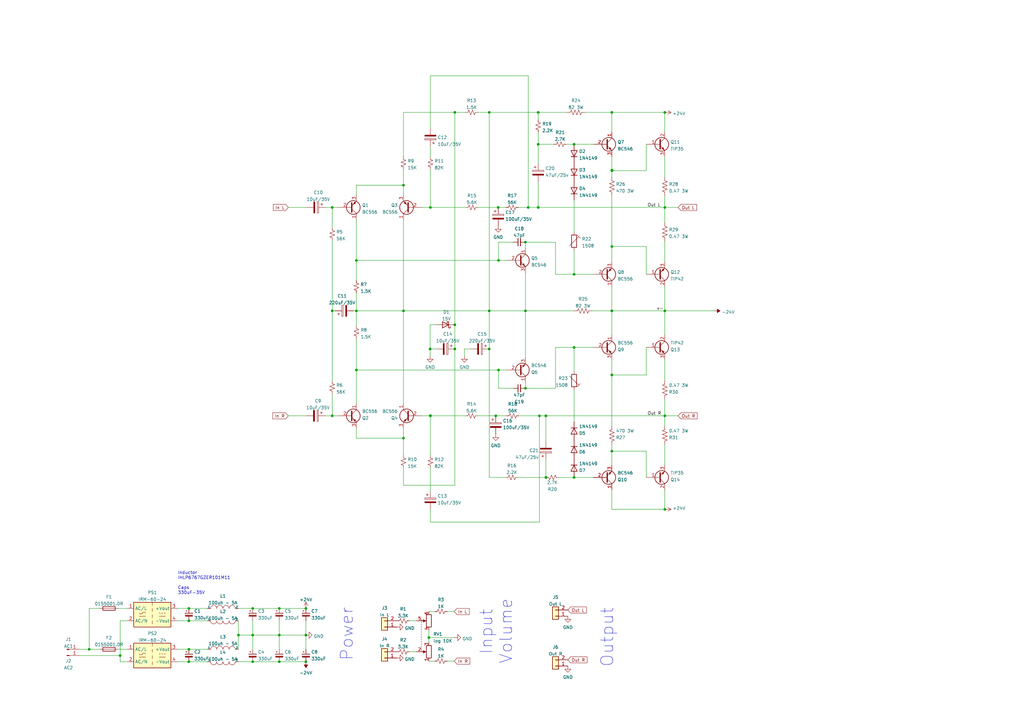
<source format=kicad_sch>
(kicad_sch (version 20211123) (generator eeschema)
  (paper "A3")
  (lib_symbols
    (symbol "Connector:Conn_01x01_Male" (pin_names (offset 1.016) hide)
      (property "Reference" "J" (at 0 2.54 0))
      (property "Value" "Conn_01x01_Male" (at 0 -2.54 0))
      (symbol "Conn_01x01_Male_1_1"
        (pin passive line (at 5.08 0 180) (length 3.81) (name "Pin_1") (number "1"))
      )
    )
    (symbol "Connector_Generic:Conn_01x02" (pin_names (offset 1.016) hide)
      (property "Reference" "J" (at 0 2.54 0))
      (property "Value" "Conn_01x02" (at 0 -5.08 0))
      (symbol "Conn_01x02_1_1"
        (pin passive line (at -5.08 0 0) (length 3.81) (name "Pin_1") (number "1"))
        (pin passive line (at -5.08 -2.54 0) (length 3.81) (name "Pin_2") (number "2"))
      )
    )
    (symbol "Converter_ACDC:IRM-60-24"
      (property "Reference" "PS" (at 0 7.62 0))
      (property "Value" "IRM-60-24" (at 0 -7.62 0))
      (symbol "IRM-60-24_1_1"
        (pin power_in line (at -10.16 2.54 0) (length 2.54) (name "AC/L") (number "1"))
        (pin power_in line (at -10.16 -2.54 0) (length 2.54) (name "AC/N") (number "2"))
        (pin power_out line (at 10.16 2.54 180) (length 2.54) (name "+Vout") (number "3"))
        (pin power_out line (at 10.16 -2.54 180) (length 2.54) (name "-Vout") (number "4"))
      )
    )
    (symbol "Device:C_Polarized" (pin_numbers hide) (pin_names (offset 0.254))
      (property "Reference" "C" (at 0.635 2.54 0))
      (property "Value" "C_Polarized" (at 0.635 -2.54 0))
      (symbol "C_Polarized_1_1"
        (pin passive line (at 0 3.81 270) (length 2.794) (name "~") (number "1"))
        (pin passive line (at 0 -3.81 90) (length 2.794) (name "~") (number "2"))
      )
    )
    (symbol "Device:C_Polarized_Small" (pin_numbers hide) (pin_names (offset 0.254) hide)
      (property "Reference" "C" (at 0.254 1.778 0))
      (property "Value" "C_Polarized_Small" (at 0.254 -2.032 0))
      (symbol "C_Polarized_Small_1_1"
        (pin passive line (at 0 2.54 270) (length 1.8542) (name "~") (number "1"))
        (pin passive line (at 0 -2.54 90) (length 1.8542) (name "~") (number "2"))
      )
    )
    (symbol "Device:C_Small" (pin_numbers hide) (pin_names (offset 0.254) hide)
      (property "Reference" "C" (at 0.254 1.778 0))
      (property "Value" "C_Small" (at 0.254 -2.032 0))
      (symbol "C_Small_1_1"
        (pin passive line (at 0 2.54 270) (length 2.032) (name "~") (number "1"))
        (pin passive line (at 0 -2.54 90) (length 2.032) (name "~") (number "2"))
      )
    )
    (symbol "Device:D_Schottky" (pin_numbers hide) (pin_names (offset 1.016) hide)
      (property "Reference" "D" (at 0 2.54 0))
      (property "Value" "D_Schottky" (at 0 -2.54 0))
      (symbol "D_Schottky_1_1"
        (pin passive line (at -3.81 0 0) (length 2.54) (name "K") (number "1"))
        (pin passive line (at 3.81 0 180) (length 2.54) (name "A") (number "2"))
      )
    )
    (symbol "Device:Fuse" (pin_numbers hide) (pin_names (offset 0))
      (property "Reference" "F" (at 2.032 0 90))
      (property "Value" "Fuse" (at -1.905 0 90))
      (symbol "Fuse_1_1"
        (pin passive line (at 0 3.81 270) (length 1.27) (name "~") (number "1"))
        (pin passive line (at 0 -3.81 90) (length 1.27) (name "~") (number "2"))
      )
    )
    (symbol "Device:R_Potentiometer_Dual" (pin_names (offset 1.016) hide)
      (property "Reference" "RV" (at 0 3.81 0))
      (property "Value" "R_Potentiometer_Dual" (at 0 1.905 0))
      (symbol "R_Potentiometer_Dual_1_1"
        (pin passive line (at -10.16 -2.54 0) (length 1.27) (name "1") (number "1"))
        (pin passive line (at -6.35 2.54 270) (length 2.54) (name "2") (number "2"))
        (pin passive line (at -2.54 -2.54 180) (length 1.27) (name "3") (number "3"))
        (pin passive line (at 2.54 -2.54 0) (length 1.27) (name "4") (number "4"))
        (pin passive line (at 6.35 2.54 270) (length 2.54) (name "5") (number "5"))
        (pin passive line (at 10.16 -2.54 180) (length 1.27) (name "6") (number "6"))
      )
    )
    (symbol "Device:R_Small_US" (pin_numbers hide) (pin_names (offset 0.254) hide)
      (property "Reference" "R" (at 0.762 0.508 0))
      (property "Value" "R_Small_US" (at 0.762 -1.016 0))
      (symbol "R_Small_US_1_1"
        (pin passive line (at 0 2.54 270) (length 1.016) (name "~") (number "1"))
        (pin passive line (at 0 -2.54 90) (length 1.016) (name "~") (number "2"))
      )
    )
    (symbol "Device:R_Trim" (pin_numbers hide) (pin_names (offset 0))
      (property "Reference" "R" (at 2.54 -2.54 90))
      (property "Value" "R_Trim" (at -2.54 -0.635 90))
      (symbol "R_Trim_1_1"
        (pin passive line (at 0 3.81 270) (length 1.27) (name "~") (number "1"))
        (pin passive line (at 0 -3.81 90) (length 1.27) (name "~") (number "2"))
      )
    )
    (symbol "Device:R_US" (pin_numbers hide) (pin_names (offset 0))
      (property "Reference" "R" (at 2.54 0 90))
      (property "Value" "R_US" (at -2.54 0 90))
      (symbol "R_US_1_1"
        (pin passive line (at 0 3.81 270) (length 1.27) (name "~") (number "1"))
        (pin passive line (at 0 -3.81 90) (length 1.27) (name "~") (number "2"))
      )
    )
    (symbol "Diode:1N4149" (pin_numbers hide) (pin_names (offset 1.016) hide)
      (property "Reference" "D" (at 0 2.54 0))
      (property "Value" "1N4149" (at 0 -2.54 0))
      (symbol "1N4149_1_1"
        (pin passive line (at -3.81 0 0) (length 2.54) (name "K") (number "1"))
        (pin passive line (at 3.81 0 180) (length 2.54) (name "A") (number "2"))
      )
    )
    (symbol "Transistor_BJT:BC546" (pin_names (offset 0) hide)
      (property "Reference" "Q" (at 5.08 1.905 0))
      (property "Value" "BC546" (at 5.08 0 0))
      (symbol "BC546_1_1"
        (pin passive line (at 2.54 5.08 270) (length 2.54) (name "C") (number "1"))
        (pin input line (at -5.08 0 0) (length 5.08) (name "B") (number "2"))
        (pin passive line (at 2.54 -5.08 90) (length 2.54) (name "E") (number "3"))
      )
    )
    (symbol "Transistor_BJT:BC556" (pin_names (offset 0) hide)
      (property "Reference" "Q" (at 5.08 1.905 0))
      (property "Value" "BC556" (at 5.08 0 0))
      (symbol "BC556_1_1"
        (pin passive line (at 2.54 5.08 270) (length 2.54) (name "C") (number "1"))
        (pin input line (at -5.08 0 0) (length 5.715) (name "B") (number "2"))
        (pin passive line (at 2.54 -5.08 90) (length 2.54) (name "E") (number "3"))
      )
    )
    (symbol "Transistor_BJT:TIP41" (pin_names (offset 0) hide)
      (property "Reference" "Q" (at 6.35 1.905 0))
      (property "Value" "TIP41" (at 6.35 0 0))
      (symbol "TIP41_1_1"
        (pin input line (at -5.08 0 0) (length 5.715) (name "B") (number "1"))
        (pin passive line (at 2.54 5.08 270) (length 2.54) (name "C") (number "2"))
        (pin passive line (at 2.54 -5.08 90) (length 2.54) (name "E") (number "3"))
      )
    )
    (symbol "Transistor_BJT:TIP42" (pin_names (offset 0) hide)
      (property "Reference" "Q" (at 6.35 1.905 0))
      (property "Value" "TIP42" (at 6.35 0 0))
      (symbol "TIP42_1_1"
        (pin input line (at -5.08 0 0) (length 5.715) (name "B") (number "1"))
        (pin passive line (at 2.54 5.08 270) (length 2.54) (name "C") (number "2"))
        (pin passive line (at 2.54 -5.08 90) (length 2.54) (name "E") (number "3"))
      )
    )
    (symbol "power:+24V" (power) (pin_names (offset 0))
      (property "Value" "+24V" (at 0 3.556 0))
      (symbol "+24V_1_1"
        (pin power_in line (at 0 0 90) (length 0) hide (name "+24V") (number "1"))
      )
    )
    (symbol "power:-24V" (power) (pin_names (offset 0))
      (property "Value" "-24V" (at 0 3.81 0))
      (symbol "-24V_0_0"
        (pin power_in line (at 0 0 90) (length 0) hide (name "-24V") (number "1"))
      )
    )
    (symbol "power:GND" (power) (pin_names (offset 0))
      (property "Value" "GND" (at 0 -3.81 0))
      (symbol "GND_1_1"
        (pin power_in line (at 0 0 270) (length 0) hide (name "GND") (number "1"))
      )
    )
    (symbol "pspice:INDUCTOR" (pin_numbers hide) (pin_names (offset 0))
      (property "Reference" "L" (at 0 2.54 0))
      (property "Value" "INDUCTOR" (at 0 -1.27 0))
      (symbol "INDUCTOR_1_1"
        (pin input line (at -6.35 0 0) (length 1.27) (name "1") (number "1"))
        (pin input line (at 6.35 0 180) (length 1.27) (name "2") (number "2"))
      )
    )
  )
  (junction (at 272.669 208.915))
  (junction (at 235.458 142.494))
  (junction (at 186.563 133.223))
  (junction (at 215.519 99.314))
  (junction (at 204.47 106.807))
  (junction (at 176.403 143.129))
  (junction (at 125.476 260.477))
  (junction (at 220.726 85.09))
  (junction (at 136.271 170.561))
  (junction (at 77.47 271.399))
  (junction (at 103.632 249.555))
  (junction (at 250.952 69.85))
  (junction (at 272.669 127.508))
  (junction (at 223.901 195.834))
  (junction (at 250.952 101.092))
  (junction (at 251.079 69.85))
  (junction (at 204.343 85.09))
  (junction (at 272.669 46.101))
  (junction (at 97.79 260.477))
  (junction (at 250.952 69.977))
  (junction (at 220.726 46.101))
  (junction (at 176.53 170.561))
  (junction (at 223.901 170.561))
  (junction (at 224.028 195.834))
  (junction (at 146.177 106.807))
  (junction (at 146.177 151.765))
  (junction (at 114.554 271.399))
  (junction (at 136.271 85.09))
  (junction (at 216.662 85.09))
  (junction (at 272.669 170.561))
  (junction (at 77.47 254.635))
  (junction (at 175.895 261.493))
  (junction (at 200.66 143.129))
  (junction (at 250.952 46.101))
  (junction (at 176.53 170.434))
  (junction (at 125.476 271.399))
  (junction (at 77.47 266.319))
  (junction (at 200.66 46.101))
  (junction (at 165.481 179.705))
  (junction (at 235.458 112.522))
  (junction (at 165.481 127.508))
  (junction (at 146.177 127.508))
  (junction (at 176.53 85.09))
  (junction (at 250.952 127.508))
  (junction (at 125.476 249.555))
  (junction (at 215.519 127.508))
  (junction (at 114.554 249.555))
  (junction (at 77.47 249.555))
  (junction (at 204.47 151.765))
  (junction (at 165.481 75.946))
  (junction (at 103.632 271.399))
  (junction (at 200.66 127.508))
  (junction (at 220.726 59.182))
  (junction (at 136.271 127.508))
  (junction (at 235.458 195.834))
  (junction (at 272.669 85.09))
  (junction (at 215.519 159.258))
  (junction (at 186.563 143.129))
  (junction (at 49.276 268.859))
  (junction (at 103.632 260.477))
  (junction (at 235.458 59.182))
  (junction (at 203.327 170.561))
  (junction (at 250.952 153.797))
  (junction (at 250.952 185.039))
  (junction (at 186.563 46.101))
  (junction (at 36.576 266.319))
  (junction (at 221.234 170.561))
  (junction (at 114.554 260.477))
  (wire (pts (xy 146.177 106.807) (xy 204.47 106.807)))
  (wire (pts (xy 240.03 46.101) (xy 250.952 46.101)))
  (wire (pts (xy 272.669 54.102) (xy 272.669 46.101)))
  (wire (pts (xy 196.088 85.09) (xy 204.343 85.09)))
  (wire (pts (xy 136.271 127.508) (xy 136.271 156.337)))
  (wire (pts (xy 272.669 117.602) (xy 272.669 127.508)))
  (wire (pts (xy 215.519 127.508) (xy 215.519 146.685)))
  (wire (pts (xy 265.049 142.494) (xy 265.049 153.797)))
  (wire (pts (xy 146.177 151.765) (xy 146.177 165.481)))
  (wire (pts (xy 220.726 46.101) (xy 200.66 46.101)))
  (wire (pts (xy 165.481 199.009) (xy 186.563 199.009)))
  (wire (pts (xy 221.234 214.122) (xy 221.234 170.561)))
  (wire (pts (xy 77.47 271.399) (xy 85.09 271.399)))
  (wire (pts (xy 186.563 133.223) (xy 186.563 143.129)))
  (wire (pts (xy 103.632 260.477) (xy 103.632 266.319)))
  (wire (pts (xy 265.049 69.977) (xy 250.952 69.977)))
  (wire (pts (xy 190.5 143.129) (xy 193.04 143.129)))
  (wire (pts (xy 250.952 69.85) (xy 250.952 69.977)))
  (wire (pts (xy 186.436 261.493) (xy 175.895 261.493)))
  (wire (pts (xy 250.952 127.508) (xy 272.669 127.508)))
  (wire (pts (xy 165.481 46.101) (xy 165.481 64.389)))
  (wire (pts (xy 175.895 258.445) (xy 175.895 261.493)))
  (wire (pts (xy 265.049 101.092) (xy 250.952 101.092)))
  (wire (pts (xy 250.952 182.372) (xy 250.952 185.039)))
  (wire (pts (xy 272.669 80.264) (xy 272.669 85.09)))
  (wire (pts (xy 176.53 69.469) (xy 176.53 85.09)))
  (wire (pts (xy 146.177 151.765) (xy 204.47 151.765)))
  (wire (pts (xy 220.726 59.182) (xy 220.726 54.229)))
  (wire (pts (xy 167.894 254.635) (xy 170.815 254.635)))
  (wire (pts (xy 97.79 254.635) (xy 97.79 260.477)))
  (wire (pts (xy 235.458 142.494) (xy 227.838 142.494)))
  (wire (pts (xy 114.554 271.399) (xy 125.476 271.399)))
  (wire (pts (xy 49.276 268.859) (xy 49.276 271.399)))
  (wire (pts (xy 173.101 85.09) (xy 176.53 85.09)))
  (wire (pts (xy 136.271 170.561) (xy 138.557 170.561)))
  (wire (pts (xy 165.481 75.946) (xy 165.481 80.01)))
  (wire (pts (xy 250.952 80.264) (xy 250.952 101.092)))
  (wire (pts (xy 40.894 249.555) (xy 36.576 249.555)))
  (wire (pts (xy 114.554 260.477) (xy 125.476 260.477)))
  (wire (pts (xy 52.324 254.635) (xy 49.276 254.635)))
  (wire (pts (xy 146.177 138.811) (xy 146.177 151.765)))
  (wire (pts (xy 114.554 260.477) (xy 114.554 266.319)))
  (wire (pts (xy 215.519 127.508) (xy 235.331 127.508)))
  (wire (pts (xy 103.632 260.477) (xy 114.554 260.477)))
  (wire (pts (xy 167.894 267.335) (xy 170.815 267.335)))
  (wire (pts (xy 204.47 159.258) (xy 204.47 151.765)))
  (wire (pts (xy 136.271 98.552) (xy 136.271 127.508)))
  (wire (pts (xy 183.388 271.145) (xy 186.309 271.145)))
  (wire (pts (xy 272.669 64.262) (xy 272.669 72.644)))
  (wire (pts (xy 220.726 85.09) (xy 216.662 85.09)))
  (wire (pts (xy 204.47 106.807) (xy 207.899 106.807)))
  (wire (pts (xy 272.669 190.754) (xy 272.669 182.372)))
  (wire (pts (xy 250.952 46.101) (xy 250.952 54.102)))
  (wire (pts (xy 176.53 85.09) (xy 191.008 85.09)))
  (wire (pts (xy 204.47 151.765) (xy 207.899 151.765)))
  (wire (pts (xy 186.563 46.101) (xy 190.881 46.101)))
  (wire (pts (xy 272.669 85.09) (xy 272.669 91.313)))
  (wire (pts (xy 97.79 260.477) (xy 97.79 266.319)))
  (wire (pts (xy 183.388 250.825) (xy 186.309 250.825)))
  (wire (pts (xy 272.669 85.09) (xy 278.13 85.09)))
  (wire (pts (xy 32.512 266.319) (xy 36.576 266.319)))
  (wire (pts (xy 272.669 170.561) (xy 223.901 170.561)))
  (wire (pts (xy 242.951 127.508) (xy 250.952 127.508)))
  (wire (pts (xy 48.514 266.319) (xy 52.324 266.319)))
  (wire (pts (xy 176.403 143.129) (xy 176.403 146.05)))
  (wire (pts (xy 250.952 153.797) (xy 250.952 147.574)))
  (wire (pts (xy 146.177 179.705) (xy 165.481 179.705)))
  (wire (pts (xy 97.79 260.477) (xy 103.632 260.477)))
  (wire (pts (xy 165.481 69.469) (xy 165.481 75.946)))
  (wire (pts (xy 125.476 254.635) (xy 125.476 260.477)))
  (wire (pts (xy 146.177 175.641) (xy 146.177 179.705)))
  (wire (pts (xy 227.838 99.314) (xy 215.519 99.314)))
  (wire (pts (xy 176.53 209.042) (xy 176.53 214.122)))
  (wire (pts (xy 165.481 90.17) (xy 165.481 127.508)))
  (wire (pts (xy 145.034 127.508) (xy 146.177 127.508)))
  (wire (pts (xy 250.952 208.915) (xy 250.952 200.914)))
  (wire (pts (xy 200.66 46.101) (xy 200.66 127.508)))
  (wire (pts (xy 250.952 137.414) (xy 250.952 127.508)))
  (wire (pts (xy 72.644 249.555) (xy 77.47 249.555)))
  (wire (pts (xy 186.563 143.129) (xy 186.563 199.009)))
  (wire (pts (xy 146.177 80.01) (xy 146.177 75.946)))
  (wire (pts (xy 72.644 266.319) (xy 77.47 266.319)))
  (wire (pts (xy 97.79 249.555) (xy 103.632 249.555)))
  (wire (pts (xy 221.234 170.561) (xy 223.901 170.561)))
  (wire (pts (xy 229.108 195.834) (xy 235.458 195.834)))
  (wire (pts (xy 165.481 191.897) (xy 165.481 199.009)))
  (wire (pts (xy 175.895 261.493) (xy 175.895 263.525)))
  (wire (pts (xy 250.952 101.092) (xy 250.952 107.442)))
  (wire (pts (xy 77.47 254.635) (xy 85.09 254.635)))
  (wire (pts (xy 176.53 186.817) (xy 176.53 170.561)))
  (wire (pts (xy 146.177 75.946) (xy 165.481 75.946)))
  (wire (pts (xy 72.644 271.399) (xy 77.47 271.399)))
  (wire (pts (xy 190.5 143.129) (xy 190.5 146.05)))
  (wire (pts (xy 265.049 59.182) (xy 265.049 69.977)))
  (wire (pts (xy 250.952 64.262) (xy 250.952 69.85)))
  (wire (pts (xy 243.332 112.522) (xy 235.458 112.522)))
  (wire (pts (xy 250.952 174.752) (xy 250.952 153.797)))
  (wire (pts (xy 146.177 90.17) (xy 146.177 106.807)))
  (wire (pts (xy 49.276 271.399) (xy 52.324 271.399)))
  (wire (pts (xy 118.237 170.561) (xy 125.73 170.561)))
  (wire (pts (xy 227.838 112.522) (xy 227.838 99.314)))
  (wire (pts (xy 272.669 174.752) (xy 272.669 170.561)))
  (wire (pts (xy 272.669 46.101) (xy 250.952 46.101)))
  (wire (pts (xy 204.343 85.09) (xy 207.518 85.09)))
  (wire (pts (xy 165.481 46.101) (xy 186.563 46.101)))
  (wire (pts (xy 173.101 170.561) (xy 176.53 170.561)))
  (wire (pts (xy 223.901 195.834) (xy 224.028 195.834)))
  (wire (pts (xy 272.669 208.915) (xy 250.952 208.915)))
  (wire (pts (xy 210.439 99.314) (xy 204.47 99.314)))
  (wire (pts (xy 103.632 249.555) (xy 114.554 249.555)))
  (wire (pts (xy 220.726 67.056) (xy 220.726 59.182)))
  (wire (pts (xy 265.049 185.039) (xy 250.952 185.039)))
  (wire (pts (xy 175.895 250.825) (xy 178.308 250.825)))
  (wire (pts (xy 200.66 143.129) (xy 200.66 195.834)))
  (wire (pts (xy 32.512 268.859) (xy 49.276 268.859)))
  (wire (pts (xy 235.458 102.743) (xy 235.458 112.522)))
  (wire (pts (xy 176.53 52.578) (xy 176.53 31.115)))
  (wire (pts (xy 272.669 170.561) (xy 278.13 170.561)))
  (wire (pts (xy 220.726 59.182) (xy 227.203 59.182)))
  (wire (pts (xy 200.66 127.508) (xy 215.519 127.508)))
  (wire (pts (xy 227.838 159.258) (xy 215.519 159.258)))
  (wire (pts (xy 176.53 60.198) (xy 176.53 64.389)))
  (wire (pts (xy 103.632 271.399) (xy 114.554 271.399)))
  (wire (pts (xy 165.481 127.508) (xy 200.66 127.508)))
  (wire (pts (xy 49.276 254.635) (xy 49.276 268.859)))
  (wire (pts (xy 220.726 49.149) (xy 220.726 46.101)))
  (wire (pts (xy 220.726 74.676) (xy 220.726 85.09)))
  (wire (pts (xy 146.177 106.807) (xy 146.177 115.062)))
  (wire (pts (xy 272.669 85.09) (xy 220.726 85.09)))
  (wire (pts (xy 195.961 46.101) (xy 200.66 46.101)))
  (wire (pts (xy 146.177 120.142) (xy 146.177 127.508)))
  (wire (pts (xy 235.458 82.042) (xy 235.458 95.123)))
  (wire (pts (xy 146.177 127.508) (xy 165.481 127.508)))
  (wire (pts (xy 227.838 142.494) (xy 227.838 159.258)))
  (wire (pts (xy 223.901 188.595) (xy 223.901 195.834)))
  (wire (pts (xy 176.53 214.122) (xy 221.234 214.122)))
  (wire (pts (xy 235.458 112.522) (xy 227.838 112.522)))
  (wire (pts (xy 103.632 254.635) (xy 103.632 260.477)))
  (wire (pts (xy 203.327 170.561) (xy 207.772 170.561)))
  (wire (pts (xy 223.901 180.975) (xy 223.901 170.561)))
  (wire (pts (xy 195.961 170.561) (xy 203.327 170.561)))
  (wire (pts (xy 176.53 170.561) (xy 176.53 170.434)))
  (wire (pts (xy 216.662 85.09) (xy 212.598 85.09)))
  (wire (pts (xy 265.049 195.834) (xy 265.049 185.039)))
  (wire (pts (xy 243.332 142.494) (xy 235.458 142.494)))
  (wire (pts (xy 118.237 85.09) (xy 125.857 85.09)))
  (wire (pts (xy 97.79 271.399) (xy 103.632 271.399)))
  (wire (pts (xy 232.283 59.182) (xy 235.458 59.182)))
  (wire (pts (xy 36.576 249.555) (xy 36.576 266.319)))
  (wire (pts (xy 136.271 161.417) (xy 136.271 170.561)))
  (wire (pts (xy 133.35 170.561) (xy 136.271 170.561)))
  (wire (pts (xy 204.47 99.314) (xy 204.47 106.807)))
  (wire (pts (xy 77.47 249.555) (xy 85.09 249.555)))
  (wire (pts (xy 133.477 85.09) (xy 136.271 85.09)))
  (wire (pts (xy 125.476 260.477) (xy 125.476 266.319)))
  (wire (pts (xy 176.53 31.115) (xy 216.662 31.115)))
  (wire (pts (xy 165.481 179.705) (xy 165.481 186.817)))
  (wire (pts (xy 176.403 143.129) (xy 178.943 143.129)))
  (wire (pts (xy 250.952 69.977) (xy 250.952 72.644)))
  (wire (pts (xy 215.519 159.258) (xy 215.519 156.845)))
  (wire (pts (xy 72.644 254.635) (xy 77.47 254.635)))
  (wire (pts (xy 36.576 266.319) (xy 40.894 266.319)))
  (wire (pts (xy 265.049 112.522) (xy 265.049 101.092)))
  (wire (pts (xy 272.669 98.933) (xy 272.669 107.442)))
  (wire (pts (xy 190.881 170.561) (xy 176.53 170.561)))
  (wire (pts (xy 200.66 195.834) (xy 207.391 195.834)))
  (wire (pts (xy 176.403 133.223) (xy 176.403 143.129)))
  (wire (pts (xy 114.554 254.635) (xy 114.554 260.477)))
  (wire (pts (xy 165.481 127.508) (xy 165.481 165.481)))
  (wire (pts (xy 186.563 133.223) (xy 186.563 46.101)))
  (wire (pts (xy 77.47 266.319) (xy 85.09 266.319)))
  (wire (pts (xy 272.669 137.414) (xy 272.669 127.508)))
  (wire (pts (xy 136.271 85.09) (xy 136.271 93.472)))
  (wire (pts (xy 235.458 172.974) (xy 235.458 159.893)))
  (wire (pts (xy 178.943 133.223) (xy 176.403 133.223)))
  (wire (pts (xy 165.481 179.705) (xy 165.481 175.641)))
  (wire (pts (xy 136.271 127.508) (xy 137.414 127.508)))
  (wire (pts (xy 212.471 195.834) (xy 223.901 195.834)))
  (wire (pts (xy 250.952 69.85) (xy 251.079 69.85)))
  (wire (pts (xy 146.177 127.508) (xy 146.177 133.731)))
  (wire (pts (xy 136.271 85.09) (xy 138.557 85.09)))
  (wire (pts (xy 114.554 249.555) (xy 125.476 249.555)))
  (wire (pts (xy 210.439 159.258) (xy 204.47 159.258)))
  (wire (pts (xy 235.458 195.834) (xy 243.332 195.834)))
  (wire (pts (xy 215.519 111.887) (xy 215.519 127.508)))
  (wire (pts (xy 250.952 185.039) (xy 250.952 190.754)))
  (wire (pts (xy 200.66 127.508) (xy 200.66 143.129)))
  (wire (pts (xy 272.669 200.914) (xy 272.669 208.915)))
  (wire (pts (xy 272.669 127.508) (xy 292.862 127.508)))
  (wire (pts (xy 212.852 170.561) (xy 221.234 170.561)))
  (wire (pts (xy 175.895 271.145) (xy 178.308 271.145)))
  (wire (pts (xy 215.519 99.314) (xy 215.519 101.727)))
  (wire (pts (xy 265.049 153.797) (xy 250.952 153.797)))
  (wire (pts (xy 235.458 59.182) (xy 243.332 59.182)))
  (wire (pts (xy 272.669 156.083) (xy 272.669 147.574)))
  (wire (pts (xy 235.458 152.273) (xy 235.458 142.494)))
  (wire (pts (xy 48.514 249.555) (xy 52.324 249.555)))
  (wire (pts (xy 250.952 117.602) (xy 250.952 127.508)))
  (wire (pts (xy 176.53 191.897) (xy 176.53 201.422)))
  (wire (pts (xy 272.669 163.703) (xy 272.669 170.561)))
  (wire (pts (xy 216.662 31.115) (xy 216.662 85.09)))
  (wire (pts (xy 220.726 46.101) (xy 232.41 46.101)))
  (text "Power" (at 145.161 271.272 90) (effects (font (size 5 5)) (justify left bottom)))
  (text " Input\nVolume\n" (at 210.439 272.542 90) (effects (font (size 5 5)) (justify left bottom)))
  (text "Inductor\nIHLP6767GZER101M11\n\nCaps\n330uF-35V\n" (at 72.898 243.967 0) (effects (font (size 1.27 1.27)) (justify left bottom)))
  (text "Output\n" (at 251.968 273.812 90) (effects (font (size 5 5)) (justify left bottom)))
  (label "Out R" (at 265.557 170.561 0))
  (label "Out L" (at 265.557 85.09 0))
  (label "v-" (at 269.367 127.508 0))
  (global_label "In L" (shape input) (at 186.309 250.825 0) (property "Intersheet References" "${INTERSHEET_REFS}" (effects hide)))
  (global_label "Out R" (shape input) (at 278.13 170.561 0) (property "Intersheet References" "${INTERSHEET_REFS}" (effects hide)))
  (global_label "Out L" (shape input) (at 278.13 85.09 0) (property "Intersheet References" "${INTERSHEET_REFS}" (effects hide)))
  (global_label "In L" (shape input) (at 118.237 85.09 180) (property "Intersheet References" "${INTERSHEET_REFS}" (effects hide)))
  (global_label "In R" (shape input) (at 186.309 271.145 0) (property "Intersheet References" "${INTERSHEET_REFS}" (effects hide)))
  (global_label "Out L" (shape input) (at 232.918 250.19 0) (property "Intersheet References" "${INTERSHEET_REFS}" (effects hide)))
  (global_label "In R" (shape input) (at 118.237 170.561 180) (property "Intersheet References" "${INTERSHEET_REFS}" (effects hide)))
  (global_label "Out R" (shape input) (at 232.918 270.637 0) (property "Intersheet References" "${INTERSHEET_REFS}" (effects hide)))
  (symbol (lib_id "Device:R_Small_US") (at 146.177 136.271 0) (unit 1)
    (property "Reference" "R8" (at 147.828 135.3625 0) (effects (justify left)))
    (property "Value" "1.5K" (at 147.828 138.1376 0) (effects (justify left)))
    (property "Footprint" "Resistor_SMD:R_1206_3216Metric" (effects hide))
  )
  (symbol (lib_id "Device:R_Small_US") (at 165.354 267.335 90) (unit 1)
    (property "Reference" "R2" (at 165.354 262.4795 90))
    (property "Value" "3.3K" (at 165.354 265.2546 90))
    (property "Footprint" "Resistor_SMD:R_1206_3216Metric" (effects hide))
  )
  (symbol (lib_id "Device:D_Schottky") (at 182.753 133.223 180) (unit 1)
    (property "Reference" "D1" (at 183.0705 127.9865 0))
    (property "Value" "15V" (at 183.0705 130.7616 0))
    (property "Footprint" "Diode_SMD:D_SMA-SMB_Universal_Handsoldering" (effects hide))
  )
  (symbol (lib_id "Device:C_Polarized") (at 176.53 56.388 180) (unit 1)
    (property "Reference" "C12" (at 179.451 56.3685 0) (effects (justify right)))
    (property "Value" "10uF/35V" (at 179.451 59.1436 0) (effects (justify right)))
    (property "Footprint" "Capacitor_SMD:CP_Elec_5x5.3" (effects hide))
  )
  (symbol (lib_id "Connector:Conn_01x01_Male") (at 27.432 266.319 0) (unit 1)
    (property "Reference" "J1" (at 28.067 262.2763 0))
    (property "Value" "AC1" (at 28.067 265.0514 0))
    (property "Footprint" "Custom Library:Spade Conector 6.3mm TE_1217861" (effects hide))
  )
  (symbol (lib_id "Transistor_BJT:BC546") (at 212.979 106.807 0) (unit 1)
    (property "Reference" "Q5" (at 217.8304 105.8985 0) (effects (justify left)))
    (property "Value" "BC546" (at 217.8304 108.6736 0) (effects (justify left)))
    (property "Footprint" "Package_TO_SOT_THT:TO-92_Inline" (effects hide))
    (property "Datasheet" "https://www.onsemi.com/pub/Collateral/BC550-D.pdf" (effects hide))
  )
  (symbol (lib_id "power:GND") (at 162.814 269.875 90) (unit 1)
    (property "Reference" "#PWR0105" (effects hide))
    (property "Value" "GND" (at 165.989 270.354 90) (effects (justify right)))
  )
  (symbol (lib_id "pspice:INDUCTOR") (at 91.44 271.399 0) (mirror x) (unit 1)
    (property "Reference" "L4" (at 91.44 267.5595 0))
    (property "Value" "100uh - 5A" (at 91.44 270.3346 0))
    (property "Footprint" "Inductor_SMD:L_Vishay_IHLP-6767" (effects hide))
  )
  (symbol (lib_id "Diode:1N4149") (at 235.458 70.612 90) (unit 1)
    (property "Reference" "D3" (at 237.49 69.7035 90) (effects (justify right)))
    (property "Value" "1N4149" (at 237.49 72.4786 90) (effects (justify right)))
    (property "Footprint" "Diode_THT:D_DO-35_SOD27_P7.62mm_Horizontal" (effects hide))
    (property "Datasheet" "http://www.microsemi.com/document-portal/doc_view/11580-lds-0239" (effects hide))
  )
  (symbol (lib_id "Device:C_Polarized_Small") (at 77.47 252.095 0) (unit 1)
    (property "Reference" "C1" (at 79.629 250.6404 0) (effects (justify left)))
    (property "Value" "330uF" (at 79.629 253.4155 0) (effects (justify left)))
    (property "Footprint" "Capacitor_SMD:CP_Elec_16x17.5" (effects hide))
  )
  (symbol (lib_id "Converter_ACDC:IRM-60-24") (at 62.484 252.095 0) (unit 1)
    (property "Reference" "PS1" (at 62.484 243.0485 0))
    (property "Value" "IRM-60-24" (at 62.484 245.8236 0))
    (property "Footprint" "Converter_ACDC:Converter_ACDC_MeanWell_IRM-60-xx_THT" (effects hide))
    (property "Datasheet" "http://www.meanwellusa.com/productPdf.aspx?i=687" (effects hide))
  )
  (symbol (lib_id "Device:R_Small_US") (at 165.354 254.635 90) (unit 1)
    (property "Reference" "R1" (at 165.354 249.7795 90))
    (property "Value" "3.3K" (at 165.354 252.5546 90))
    (property "Footprint" "Resistor_SMD:R_1206_3216Metric" (effects hide))
  )
  (symbol (lib_id "Device:C_Polarized") (at 204.343 88.9 0) (unit 1)
    (property "Reference" "C17" (at 207.264 87.1025 0) (effects (justify left)))
    (property "Value" "100uF/35V" (at 207.264 89.8776 0) (effects (justify left)))
    (property "Footprint" "Capacitor_SMD:CP_Elec_8x10" (effects hide))
  )
  (symbol (lib_id "Device:C_Polarized") (at 220.726 70.866 0) (unit 1)
    (property "Reference" "C20" (at 223.647 69.0685 0) (effects (justify left)))
    (property "Value" "47uF/25v" (at 223.647 71.8436 0) (effects (justify left)))
    (property "Footprint" "Capacitor_SMD:CP_Elec_16x17.5" (effects hide))
  )
  (symbol (lib_id "Device:R_Trim") (at 235.458 98.933 0) (unit 1)
    (property "Reference" "R22" (at 238.633 98.0245 0) (effects (justify left)))
    (property "Value" "1508" (at 238.633 100.7996 0) (effects (justify left)))
    (property "Footprint" "Resistor_SMD:R_1206_3216Metric" (effects hide))
  )
  (symbol (lib_id "power:GND") (at 232.918 252.73 0) (unit 1)
    (property "Reference" "#PWR0107" (effects hide))
    (property "Value" "GND" (at 232.918 257.2925 0))
  )
  (symbol (lib_id "Device:C_Polarized_Small") (at 77.47 268.859 0) (unit 1)
    (property "Reference" "C2" (at 79.629 267.4044 0) (effects (justify left)))
    (property "Value" "330uF" (at 79.629 270.1795 0) (effects (justify left)))
    (property "Footprint" "Capacitor_SMD:CP_Elec_16x17.5" (effects hide))
  )
  (symbol (lib_id "Device:R_US") (at 250.952 178.562 0) (mirror x) (unit 1)
    (property "Reference" "R27" (at 252.603 179.4705 0) (effects (justify left)))
    (property "Value" "470 3W" (at 252.603 176.6954 0) (effects (justify left)))
    (property "Footprint" "Resistor_THT:R_Axial_DIN0617_L17.0mm_D6.0mm_P20.32mm_Horizontal" (effects hide))
  )
  (symbol (lib_id "Connector_Generic:Conn_01x02") (at 157.734 257.175 180) (unit 1)
    (property "Reference" "J3" (at 157.734 249.3985 0))
    (property "Value" "In L" (at 157.734 252.1736 0))
    (property "Footprint" "Connector_Wire:SolderWire-0.5sqmm_1x02_P4.6mm_D0.9mm_OD2.1mm" (effects hide))
  )
  (symbol (lib_id "Transistor_BJT:TIP41") (at 270.129 59.182 0) (unit 1)
    (property "Reference" "Q11" (at 274.9804 58.2735 0) (effects (justify left)))
    (property "Value" "TIP35" (at 274.9804 61.0486 0) (effects (justify left)))
    (property "Footprint" "Package_TO_SOT_THT:TO-247-3_Vertical" (effects hide))
    (property "Datasheet" "https://www.centralsemi.com/get_document.php?cmp=1&mergetype=pd&mergepath=pd&pdf_id=tip41.PDF" (effects hide))
  )
  (symbol (lib_id "Diode:1N4149") (at 235.458 184.404 90) (mirror x) (unit 1)
    (property "Reference" "D6" (at 237.49 185.3125 90) (effects (justify right)))
    (property "Value" "1N4149" (at 237.49 182.5374 90) (effects (justify right)))
    (property "Footprint" "Diode_THT:D_DO-35_SOD27_P7.62mm_Horizontal" (effects hide))
    (property "Datasheet" "http://www.microsemi.com/document-portal/doc_view/11580-lds-0239" (effects hide))
  )
  (symbol (lib_id "power:+24V") (at 125.476 249.555 0) (unit 1)
    (property "Reference" "#PWR0103" (effects hide))
    (property "Value" "+24V" (at 125.476 245.9505 0))
  )
  (symbol (lib_id "Transistor_BJT:BC556") (at 143.637 170.561 0) (unit 1)
    (property "Reference" "Q2" (at 148.4884 171.4695 0) (effects (justify left)))
    (property "Value" "BC556" (at 148.4884 168.6944 0) (effects (justify left)))
    (property "Footprint" "Package_TO_SOT_THT:TO-92_Inline" (effects hide))
    (property "Datasheet" "https://www.onsemi.com/pub/Collateral/BC556BTA-D.pdf" (effects hide))
  )
  (symbol (lib_id "Transistor_BJT:BC556") (at 248.412 142.494 0) (unit 1)
    (property "Reference" "Q9" (at 253.2634 143.4025 0) (effects (justify left)))
    (property "Value" "BC556" (at 253.2634 140.6274 0) (effects (justify left)))
    (property "Footprint" "Package_TO_SOT_THT:TO-92_Inline" (effects hide))
    (property "Datasheet" "https://www.onsemi.com/pub/Collateral/BC556BTA-D.pdf" (effects hide))
  )
  (symbol (lib_id "Transistor_BJT:BC556") (at 143.637 85.09 0) (mirror x) (unit 1)
    (property "Reference" "Q1" (at 148.4884 84.1815 0) (effects (justify left)))
    (property "Value" "BC556" (at 148.4884 86.9566 0) (effects (justify left)))
    (property "Footprint" "Package_TO_SOT_THT:TO-92_Inline" (effects hide))
    (property "Datasheet" "https://www.onsemi.com/pub/Collateral/BC556BTA-D.pdf" (effects hide))
  )
  (symbol (lib_id "Device:C_Polarized_Small") (at 103.632 252.095 0) (unit 1)
    (property "Reference" "C3" (at 105.791 250.6404 0) (effects (justify left)))
    (property "Value" "330uF" (at 105.791 253.4155 0) (effects (justify left)))
    (property "Footprint" "Capacitor_SMD:CP_Elec_16x17.5" (effects hide))
  )
  (symbol (lib_id "Device:R_US") (at 272.669 178.562 0) (mirror x) (unit 1)
    (property "Reference" "R31" (at 274.32 179.4705 0) (effects (justify left)))
    (property "Value" "0.47 3W" (at 274.32 176.6954 0) (effects (justify left)))
    (property "Footprint" "Resistor_THT:R_Axial_DIN0617_L17.0mm_D6.0mm_P20.32mm_Horizontal" (effects hide))
  )
  (symbol (lib_id "Connector_Generic:Conn_01x02") (at 227.838 273.177 180) (unit 1)
    (property "Reference" "J6" (at 227.838 265.4005 0))
    (property "Value" "Out R" (at 227.838 268.1756 0))
    (property "Footprint" "Connector_Wire:SolderWire-0.5sqmm_1x02_P4.6mm_D0.9mm_OD2.1mm" (effects hide))
  )
  (symbol (lib_id "Device:Fuse") (at 44.704 249.555 90) (unit 1)
    (property "Reference" "F1" (at 44.704 244.8265 90))
    (property "Value" "0155001.DR" (at 44.704 247.6016 90))
    (property "Footprint" "Fuse:Fuseholder_Littelfuse_100_series_5x20mm" (effects hide))
  )
  (symbol (lib_id "Device:R_Small_US") (at 176.53 66.929 0) (unit 1)
    (property "Reference" "R11" (at 178.181 66.0205 0) (effects (justify left)))
    (property "Value" "82K" (at 178.181 68.7956 0) (effects (justify left)))
    (property "Footprint" "Resistor_SMD:R_1206_3216Metric" (effects hide))
  )
  (symbol (lib_id "Device:C_Polarized_Small") (at 114.554 252.095 0) (unit 1)
    (property "Reference" "C5" (at 116.713 250.6404 0) (effects (justify left)))
    (property "Value" "330uF" (at 116.713 253.4155 0) (effects (justify left)))
    (property "Footprint" "Capacitor_SMD:CP_Elec_16x17.5" (effects hide))
  )
  (symbol (lib_id "Device:R_Small_US") (at 210.058 85.09 90) (unit 1)
    (property "Reference" "R17" (at 210.058 80.2345 90))
    (property "Value" "56K" (at 210.058 83.0096 90))
    (property "Footprint" "Resistor_SMD:R_1206_3216Metric" (effects hide))
  )
  (symbol (lib_id "power:GND") (at 186.436 261.493 90) (unit 1)
    (property "Reference" "#PWR0106" (effects hide))
    (property "Value" "GND" (at 189.611 261.972 90) (effects (justify right)))
  )
  (symbol (lib_id "Device:C_Polarized") (at 196.85 143.129 270) (unit 1)
    (property "Reference" "C15" (at 197.739 137.0035 90))
    (property "Value" "220uF/35V" (at 197.739 139.7786 90))
    (property "Footprint" "Capacitor_SMD:CP_Elec_8x10" (effects hide))
  )
  (symbol (lib_id "Transistor_BJT:BC556") (at 248.412 112.522 0) (mirror x) (unit 1)
    (property "Reference" "Q8" (at 253.2634 111.6135 0) (effects (justify left)))
    (property "Value" "BC556" (at 253.2634 114.3886 0) (effects (justify left)))
    (property "Footprint" "Package_TO_SOT_THT:TO-92_Inline" (effects hide))
    (property "Datasheet" "https://www.onsemi.com/pub/Collateral/BC556BTA-D.pdf" (effects hide))
  )
  (symbol (lib_id "power:-24V") (at 292.862 127.508 270) (unit 1)
    (property "Reference" "#PWR0111" (effects hide))
    (property "Value" "-24V" (at 296.037 127.987 90) (effects (justify left)))
  )
  (symbol (lib_id "Transistor_BJT:BC546") (at 212.979 151.765 0) (mirror x) (unit 1)
    (property "Reference" "Q6" (at 217.8304 152.6735 0) (effects (justify left)))
    (property "Value" "BC546" (at 217.8304 149.8984 0) (effects (justify left)))
    (property "Footprint" "Package_TO_SOT_THT:TO-92_Inline" (effects hide))
    (property "Datasheet" "https://www.onsemi.com/pub/Collateral/BC550-D.pdf" (effects hide))
  )
  (symbol (lib_id "Device:R_Small_US") (at 210.312 170.561 90) (unit 1)
    (property "Reference" "R18" (at 210.312 165.7055 90))
    (property "Value" "56K" (at 210.312 168.4806 90))
    (property "Footprint" "Resistor_SMD:R_1206_3216Metric" (effects hide))
  )
  (symbol (lib_id "Device:R_Small_US") (at 180.848 250.825 90) (unit 1)
    (property "Reference" "R3" (at 180.848 245.9695 90))
    (property "Value" "1K" (at 180.848 248.7446 90))
    (property "Footprint" "Resistor_SMD:R_1206_3216Metric" (effects hide))
  )
  (symbol (lib_id "Device:R_Small_US") (at 220.726 51.689 180) (unit 1)
    (property "Reference" "R19" (at 222.377 50.7805 0) (effects (justify right)))
    (property "Value" "2.2K" (at 222.377 53.5556 0) (effects (justify right)))
    (property "Footprint" "Resistor_SMD:R_1206_3216Metric" (effects hide))
  )
  (symbol (lib_id "Device:C_Polarized_Small") (at 125.476 268.859 0) (unit 1)
    (property "Reference" "C8" (at 127.635 267.4044 0) (effects (justify left)))
    (property "Value" "330uF" (at 127.635 270.1795 0) (effects (justify left)))
    (property "Footprint" "Capacitor_SMD:CP_Elec_16x17.5" (effects hide))
  )
  (symbol (lib_id "Device:C_Polarized") (at 203.327 174.371 0) (unit 1)
    (property "Reference" "C16" (at 206.248 172.5735 0) (effects (justify left)))
    (property "Value" "100uF/35V" (at 206.248 175.3486 0) (effects (justify left)))
    (property "Footprint" "Capacitor_SMD:CP_Elec_8x10" (effects hide))
  )
  (symbol (lib_id "Device:R_Small_US") (at 209.931 195.834 90) (unit 1)
    (property "Reference" "R16" (at 209.931 190.9785 90))
    (property "Value" "2.2K" (at 209.931 193.7536 90))
    (property "Footprint" "Resistor_SMD:R_1206_3216Metric" (effects hide))
  )
  (symbol (lib_id "Diode:1N4149") (at 235.458 62.992 90) (unit 1)
    (property "Reference" "D2" (at 237.49 62.0835 90) (effects (justify right)))
    (property "Value" "1N4149" (at 237.49 64.8586 90) (effects (justify right)))
    (property "Footprint" "Diode_THT:D_DO-35_SOD27_P7.62mm_Horizontal" (effects hide))
    (property "Datasheet" "http://www.microsemi.com/document-portal/doc_view/11580-lds-0239" (effects hide))
  )
  (symbol (lib_id "Connector_Generic:Conn_01x02") (at 227.838 252.73 180) (unit 1)
    (property "Reference" "J5" (at 227.838 244.9535 0))
    (property "Value" "Out L" (at 227.838 247.7286 0))
    (property "Footprint" "Connector_Wire:SolderWire-0.5sqmm_1x02_P4.6mm_D0.9mm_OD2.1mm" (effects hide))
  )
  (symbol (lib_id "Device:C_Polarized_Small") (at 114.554 268.859 0) (unit 1)
    (property "Reference" "C6" (at 116.713 267.4044 0) (effects (justify left)))
    (property "Value" "330uF" (at 116.713 270.1795 0) (effects (justify left)))
    (property "Footprint" "Capacitor_SMD:CP_Elec_16x17.5" (effects hide))
  )
  (symbol (lib_id "power:-24V") (at 125.476 271.399 180) (unit 1)
    (property "Reference" "#PWR0102" (effects hide))
    (property "Value" "-24V" (at 125.476 275.9615 0))
  )
  (symbol (lib_id "Device:R_US") (at 272.669 95.123 0) (unit 1)
    (property "Reference" "R29" (at 274.32 94.2145 0) (effects (justify left)))
    (property "Value" "0.47 3W" (at 274.32 96.9896 0) (effects (justify left)))
    (property "Footprint" "Resistor_THT:R_Axial_DIN0617_L17.0mm_D6.0mm_P20.32mm_Horizontal" (effects hide))
  )
  (symbol (lib_id "Diode:1N4149") (at 235.458 192.024 90) (mirror x) (unit 1)
    (property "Reference" "D7" (at 237.49 192.9325 90) (effects (justify right)))
    (property "Value" "1N4149" (at 237.49 190.1574 90) (effects (justify right)))
    (property "Footprint" "Diode_THT:D_DO-35_SOD27_P7.62mm_Horizontal" (effects hide))
    (property "Datasheet" "http://www.microsemi.com/document-portal/doc_view/11580-lds-0239" (effects hide))
  )
  (symbol (lib_id "Transistor_BJT:BC546") (at 248.412 195.834 0) (mirror x) (unit 1)
    (property "Reference" "Q10" (at 253.2634 196.7425 0) (effects (justify left)))
    (property "Value" "BC546" (at 253.2634 193.9674 0) (effects (justify left)))
    (property "Footprint" "Package_TO_SOT_THT:TO-92_Inline" (effects hide))
    (property "Datasheet" "https://www.onsemi.com/pub/Collateral/BC550-D.pdf" (effects hide))
  )
  (symbol (lib_id "Transistor_BJT:TIP42") (at 270.129 112.522 0) (mirror x) (unit 1)
    (property "Reference" "Q12" (at 274.9804 111.6135 0) (effects (justify left)))
    (property "Value" "TIP42" (at 274.9804 114.3886 0) (effects (justify left)))
    (property "Footprint" "Package_TO_SOT_THT:TO-247-3_Vertical" (effects hide))
    (property "Datasheet" "https://www.centralsemi.com/get_document.php?cmp=1&mergetype=pd&mergepath=pd&pdf_id=TIP42.PDF" (effects hide))
  )
  (symbol (lib_id "Device:R_US") (at 236.22 46.101 270) (unit 1)
    (property "Reference" "R24" (at 236.22 41.2455 90))
    (property "Value" "82 3W" (at 236.22 44.0206 90))
    (property "Footprint" "Resistor_THT:R_Axial_DIN0617_L17.0mm_D6.0mm_P20.32mm_Horizontal" (effects hide))
  )
  (symbol (lib_id "power:+24V") (at 272.669 208.915 270) (mirror x) (unit 1)
    (property "Reference" "#PWR0109" (effects hide))
    (property "Value" "+24V" (at 275.844 208.436 90) (effects (justify left)))
  )
  (symbol (lib_id "Device:R_Small_US") (at 165.481 189.357 0) (unit 1)
    (property "Reference" "R10" (at 167.132 188.4485 0) (effects (justify left)))
    (property "Value" "15K" (at 167.132 191.2236 0) (effects (justify left)))
    (property "Footprint" "Resistor_SMD:R_1206_3216Metric" (effects hide))
  )
  (symbol (lib_id "power:GND") (at 162.814 257.175 90) (unit 1)
    (property "Reference" "#PWR0104" (effects hide))
    (property "Value" "GND" (at 165.989 257.654 90) (effects (justify right)))
  )
  (symbol (lib_id "power:GND") (at 203.327 178.181 0) (unit 1)
    (property "Reference" "#PWR0110" (effects hide))
    (property "Value" "GND" (at 203.327 182.7435 0))
  )
  (symbol (lib_id "Transistor_BJT:BC556") (at 168.021 170.561 0) (mirror y) (unit 1)
    (property "Reference" "Q4" (at 163.1696 171.4695 0) (effects (justify left)))
    (property "Value" "BC556" (at 163.1696 168.6944 0) (effects (justify left)))
    (property "Footprint" "Package_TO_SOT_THT:TO-92_Inline" (effects hide))
    (property "Datasheet" "https://www.onsemi.com/pub/Collateral/BC556BTA-D.pdf" (effects hide))
  )
  (symbol (lib_id "Device:R_Small_US") (at 146.177 117.602 0) (unit 1)
    (property "Reference" "R7" (at 147.828 116.6935 0) (effects (justify left)))
    (property "Value" "1.5K" (at 147.828 119.4686 0) (effects (justify left)))
    (property "Footprint" "Resistor_SMD:R_1206_3216Metric" (effects hide))
  )
  (symbol (lib_id "Device:R_Small_US") (at 193.421 170.561 90) (unit 1)
    (property "Reference" "R14" (at 193.421 165.7055 90))
    (property "Value" "5.6K" (at 193.421 168.4806 90))
    (property "Footprint" "Resistor_SMD:R_1206_3216Metric" (effects hide))
  )
  (symbol (lib_id "Device:R_Small_US") (at 136.271 96.012 0) (unit 1)
    (property "Reference" "R5" (at 137.922 95.1035 0) (effects (justify left)))
    (property "Value" "56K" (at 137.922 97.8786 0) (effects (justify left)))
    (property "Footprint" "Resistor_SMD:R_1206_3216Metric" (effects hide))
  )
  (symbol (lib_id "Device:R_US") (at 272.669 76.454 0) (unit 1)
    (property "Reference" "R28" (at 274.32 75.5455 0) (effects (justify left)))
    (property "Value" "0.47 3W" (at 274.32 78.3206 0) (effects (justify left)))
    (property "Footprint" "Resistor_THT:R_Axial_DIN0617_L17.0mm_D6.0mm_P20.32mm_Horizontal" (effects hide))
  )
  (symbol (lib_id "Device:R_Small_US") (at 229.743 59.182 270) (unit 1)
    (property "Reference" "R21" (at 229.743 54.3265 90))
    (property "Value" "2.7K" (at 229.743 57.1016 90))
    (property "Footprint" "Resistor_SMD:R_1206_3216Metric" (effects hide))
  )
  (symbol (lib_id "Diode:1N4149") (at 235.458 78.232 90) (unit 1)
    (property "Reference" "D4" (at 237.49 77.3235 90) (effects (justify right)))
    (property "Value" "1N4149" (at 237.49 80.0986 90) (effects (justify right)))
    (property "Footprint" "Diode_THT:D_DO-35_SOD27_P7.62mm_Horizontal" (effects hide))
    (property "Datasheet" "http://www.microsemi.com/document-portal/doc_view/11580-lds-0239" (effects hide))
  )
  (symbol (lib_id "pspice:INDUCTOR") (at 91.44 266.319 0) (unit 1)
    (property "Reference" "L3" (at 91.44 261.2095 0))
    (property "Value" "100uh - 5A" (at 91.44 263.9846 0))
    (property "Footprint" "Inductor_SMD:L_Vishay_IHLP-6767" (effects hide))
  )
  (symbol (lib_id "power:+24V") (at 272.669 46.101 270) (unit 1)
    (property "Reference" "#PWR0112" (effects hide))
    (property "Value" "+24V" (at 275.844 46.58 90) (effects (justify left)))
  )
  (symbol (lib_id "power:GND") (at 232.918 273.177 0) (unit 1)
    (property "Reference" "#PWR0108" (effects hide))
    (property "Value" "GND" (at 232.918 277.7395 0))
  )
  (symbol (lib_id "power:GND") (at 125.476 260.477 90) (unit 1)
    (property "Reference" "#PWR0101" (effects hide))
    (property "Value" "GND" (at 128.651 260.956 90) (effects (justify right)))
  )
  (symbol (lib_id "Device:R_Small_US") (at 176.53 189.357 0) (unit 1)
    (property "Reference" "R12" (at 178.181 188.4485 0) (effects (justify left)))
    (property "Value" "82K" (at 178.181 191.2236 0) (effects (justify left)))
    (property "Footprint" "Resistor_SMD:R_1206_3216Metric" (effects hide))
  )
  (symbol (lib_id "Device:R_Potentiometer_Dual") (at 173.355 260.985 90) (unit 1)
    (property "Reference" "RV1" (at 177.673 260.0765 90) (effects (justify right)))
    (property "Value" "log 10K" (at 177.673 262.8516 90) (effects (justify right)))
    (property "Footprint" "Potentiometer_THT:Potentiometer_Alps_RK163_Dual_Horizontal" (effects hide))
  )
  (symbol (lib_id "Device:R_Small_US") (at 165.481 66.929 0) (unit 1)
    (property "Reference" "R9" (at 167.132 66.0205 0) (effects (justify left)))
    (property "Value" "15K" (at 167.132 68.7956 0) (effects (justify left)))
    (property "Footprint" "Resistor_SMD:R_1206_3216Metric" (effects hide))
  )
  (symbol (lib_id "Device:C_Small") (at 212.979 99.314 90) (unit 1)
    (property "Reference" "C18" (at 212.9853 93.7854 90))
    (property "Value" "47pF" (at 212.9853 96.5605 90))
    (property "Footprint" "Capacitor_THT:C_Rect_L7.2mm_W4.5mm_P5.00mm_FKS2_FKP2_MKS2_MKP2" (effects hide))
  )
  (symbol (lib_id "Transistor_BJT:TIP42") (at 270.129 142.494 0) (unit 1)
    (property "Reference" "Q13" (at 274.9804 143.4025 0) (effects (justify left)))
    (property "Value" "TIP42" (at 274.9804 140.6274 0) (effects (justify left)))
    (property "Footprint" "Package_TO_SOT_THT:TO-247-3_Vertical" (effects hide))
    (property "Datasheet" "https://www.centralsemi.com/get_document.php?cmp=1&mergetype=pd&mergepath=pd&pdf_id=TIP42.PDF" (effects hide))
  )
  (symbol (lib_id "Device:R_Small_US") (at 226.568 195.834 270) (mirror x) (unit 1)
    (property "Reference" "R20" (at 226.568 200.6895 90))
    (property "Value" "2.7K" (at 226.568 197.9144 90))
    (property "Footprint" "Resistor_SMD:R_1206_3216Metric" (effects hide))
  )
  (symbol (lib_id "Device:C_Polarized") (at 141.224 127.508 90) (unit 1)
    (property "Reference" "C11" (at 140.335 121.3825 90))
    (property "Value" "220uF/35V" (at 140.335 124.1576 90))
    (property "Footprint" "Capacitor_SMD:CP_Elec_8x10" (effects hide))
  )
  (symbol (lib_id "Transistor_BJT:BC556") (at 168.021 85.09 180) (unit 1)
    (property "Reference" "Q3" (at 163.1696 84.1815 0) (effects (justify left)))
    (property "Value" "BC556" (at 163.1696 86.9566 0) (effects (justify left)))
    (property "Footprint" "Package_TO_SOT_THT:TO-92_Inline" (effects hide))
    (property "Datasheet" "https://www.onsemi.com/pub/Collateral/BC556BTA-D.pdf" (effects hide))
  )
  (symbol (lib_id "Device:C_Polarized") (at 223.901 184.785 0) (mirror x) (unit 1)
    (property "Reference" "C21" (at 220.98 184.7655 0) (effects (justify right)))
    (property "Value" "47uF/25v" (at 220.98 187.5406 0) (effects (justify right)))
    (property "Footprint" "Capacitor_SMD:CP_Elec_16x17.5" (effects hide))
  )
  (symbol (lib_id "Device:C_Small") (at 212.979 159.258 90) (mirror x) (unit 1)
    (property "Reference" "C19" (at 212.9853 164.7866 90))
    (property "Value" "47pF" (at 212.9853 162.0115 90))
    (property "Footprint" "Capacitor_THT:C_Rect_L7.2mm_W4.5mm_P5.00mm_FKS2_FKP2_MKS2_MKP2" (effects hide))
  )
  (symbol (lib_id "Converter_ACDC:IRM-60-24") (at 62.484 268.859 0) (unit 1)
    (property "Reference" "PS2" (at 62.484 259.8125 0))
    (property "Value" "IRM-60-24" (at 62.484 262.5876 0))
    (property "Footprint" "Converter_ACDC:Converter_ACDC_MeanWell_IRM-60-xx_THT" (effects hide))
    (property "Datasheet" "http://www.meanwellusa.com/productPdf.aspx?i=687" (effects hide))
  )
  (symbol (lib_id "Connector_Generic:Conn_01x02") (at 157.734 269.875 180) (unit 1)
    (property "Reference" "J4" (at 157.734 262.0985 0))
    (property "Value" "In R" (at 157.734 264.8736 0))
    (property "Footprint" "Connector_Wire:SolderWire-0.5sqmm_1x02_P4.6mm_D0.9mm_OD2.1mm" (effects hide))
  )
  (symbol (lib_id "Device:C_Polarized") (at 182.753 143.129 270) (unit 1)
    (property "Reference" "C14" (at 183.642 137.0035 90))
    (property "Value" "10uF/35V" (at 183.642 139.7786 90))
    (property "Footprint" "Capacitor_SMD:CP_Elec_5x5.3" (effects hide))
  )
  (symbol (lib_id "Device:R_Small_US") (at 193.421 46.101 90) (unit 1)
    (property "Reference" "R13" (at 193.421 41.2455 90))
    (property "Value" "1.5K" (at 193.421 44.0206 90))
    (property "Footprint" "Resistor_SMD:R_1206_3216Metric" (effects hide))
  )
  (symbol (lib_id "Device:C_Polarized") (at 129.54 170.561 270) (unit 1)
    (property "Reference" "C9" (at 130.429 164.4355 90))
    (property "Value" "10uF/35V" (at 130.429 167.2106 90))
    (property "Footprint" "Capacitor_SMD:CP_Elec_5x5.3" (effects hide))
  )
  (symbol (lib_id "Device:R_Small_US") (at 193.548 85.09 90) (unit 1)
    (property "Reference" "R15" (at 193.548 80.2345 90))
    (property "Value" "5.6K" (at 193.548 83.0096 90))
    (property "Footprint" "Resistor_SMD:R_1206_3216Metric" (effects hide))
  )
  (symbol (lib_id "Device:R_Trim") (at 235.458 156.083 0) (mirror x) (unit 1)
    (property "Reference" "R23" (at 232.9181 155.1745 0) (effects (justify right)))
    (property "Value" "1508" (at 232.9181 157.9496 0) (effects (justify right)))
    (property "Footprint" "Resistor_SMD:R_1206_3216Metric" (effects hide))
  )
  (symbol (lib_id "Device:C_Polarized_Small") (at 103.632 268.859 0) (unit 1)
    (property "Reference" "C4" (at 105.791 267.4044 0) (effects (justify left)))
    (property "Value" "330uF" (at 105.791 270.1795 0) (effects (justify left)))
    (property "Footprint" "Capacitor_SMD:CP_Elec_16x17.5" (effects hide))
  )
  (symbol (lib_id "Diode:1N4149") (at 235.458 176.784 90) (mirror x) (unit 1)
    (property "Reference" "D5" (at 237.49 177.6925 90) (effects (justify right)))
    (property "Value" "1N4149" (at 237.49 174.9174 90) (effects (justify right)))
    (property "Footprint" "Diode_THT:D_DO-35_SOD27_P7.62mm_Horizontal" (effects hide))
    (property "Datasheet" "http://www.microsemi.com/document-portal/doc_view/11580-lds-0239" (effects hide))
  )
  (symbol (lib_id "Device:Fuse") (at 44.704 266.319 90) (unit 1)
    (property "Reference" "F2" (at 44.704 261.5905 90))
    (property "Value" "0155001.DR" (at 44.704 264.3656 90))
    (property "Footprint" "Fuse:Fuseholder_Littelfuse_100_series_5x20mm" (effects hide))
  )
  (symbol (lib_id "pspice:INDUCTOR") (at 91.44 254.635 0) (mirror x) (unit 1)
    (property "Reference" "L2" (at 91.44 250.7955 0))
    (property "Value" "100uh - 5A" (at 91.44 253.5706 0))
    (property "Footprint" "Inductor_SMD:L_Vishay_IHLP-6767" (effects hide))
  )
  (symbol (lib_id "Transistor_BJT:TIP41") (at 270.129 195.834 0) (mirror x) (unit 1)
    (property "Reference" "Q14" (at 274.9804 196.7425 0) (effects (justify left)))
    (property "Value" "TIP35" (at 274.9804 193.9674 0) (effects (justify left)))
    (property "Footprint" "Package_TO_SOT_THT:TO-247-3_Vertical" (effects hide))
    (property "Datasheet" "https://www.centralsemi.com/get_document.php?cmp=1&mergetype=pd&mergepath=pd&pdf_id=tip41.PDF" (effects hide))
  )
  (symbol (lib_id "Device:C_Polarized") (at 176.53 205.232 0) (unit 1)
    (property "Reference" "C13" (at 179.451 203.4345 0) (effects (justify left)))
    (property "Value" "10uF/35V" (at 179.451 206.2096 0) (effects (justify left)))
    (property "Footprint" "Capacitor_SMD:CP_Elec_5x5.3" (effects hide))
  )
  (symbol (lib_id "Device:R_US") (at 239.141 127.508 270) (unit 1)
    (property "Reference" "R25" (at 239.141 122.6525 90))
    (property "Value" "82 3W" (at 239.141 125.4276 90))
    (property "Footprint" "Resistor_THT:R_Axial_DIN0617_L17.0mm_D6.0mm_P20.32mm_Horizontal" (effects hide))
  )
  (symbol (lib_id "Device:R_Small_US") (at 136.271 158.877 0) (unit 1)
    (property "Reference" "R6" (at 137.922 157.9685 0) (effects (justify left)))
    (property "Value" "56K" (at 137.922 160.7436 0) (effects (justify left)))
    (property "Footprint" "Resistor_SMD:R_1206_3216Metric" (effects hide))
  )
  (symbol (lib_id "Device:R_US") (at 250.952 76.454 0) (unit 1)
    (property "Reference" "R26" (at 252.603 75.5455 0) (effects (justify left)))
    (property "Value" "470 3W" (at 252.603 78.3206 0) (effects (justify left)))
    (property "Footprint" "Resistor_THT:R_Axial_DIN0617_L17.0mm_D6.0mm_P20.32mm_Horizontal" (effects hide))
  )
  (symbol (lib_id "power:GND") (at 176.403 146.05 0) (unit 1)
    (property "Reference" "#PWR0113" (effects hide))
    (property "Value" "GND" (at 176.403 150.6125 0))
  )
  (symbol (lib_id "pspice:INDUCTOR") (at 91.44 249.555 0) (unit 1)
    (property "Reference" "L1" (at 91.44 244.4455 0))
    (property "Value" "100uh - 5A" (at 91.44 247.2206 0))
    (property "Footprint" "Inductor_SMD:L_Vishay_IHLP-6767" (effects hide))
  )
  (symbol (lib_id "Device:R_Small_US") (at 180.848 271.145 90) (unit 1)
    (property "Reference" "R4" (at 180.848 266.2895 90))
    (property "Value" "1K" (at 180.848 269.0646 90))
    (property "Footprint" "Resistor_SMD:R_1206_3216Metric" (effects hide))
  )
  (symbol (lib_id "Device:R_US") (at 272.669 159.893 0) (mirror x) (unit 1)
    (property "Reference" "R30" (at 274.32 160.8015 0) (effects (justify left)))
    (property "Value" "0.47 3W" (at 274.32 158.0264 0) (effects (justify left)))
    (property "Footprint" "Resistor_THT:R_Axial_DIN0617_L17.0mm_D6.0mm_P20.32mm_Horizontal" (effects hide))
  )
  (symbol (lib_id "Device:C_Polarized") (at 129.667 85.09 270) (unit 1)
    (property "Reference" "C10" (at 130.556 78.9645 90))
    (property "Value" "10uF/35V" (at 130.556 81.7396 90))
    (property "Footprint" "Capacitor_SMD:CP_Elec_5x5.3" (effects hide))
  )
  (symbol (lib_id "Device:C_Polarized_Small") (at 125.476 252.095 0) (unit 1)
    (property "Reference" "C7" (at 127.635 250.6404 0) (effects (justify left)))
    (property "Value" "330uF" (at 127.635 253.4155 0) (effects (justify left)))
    (property "Footprint" "Capacitor_SMD:CP_Elec_16x17.5" (effects hide))
  )
  (symbol (lib_id "power:GND") (at 190.5 146.05 0) (unit 1)
    (property "Reference" "#PWR0114" (effects hide))
    (property "Value" "GND" (at 190.5 150.6125 0))
  )
  (symbol (lib_id "power:GND") (at 204.343 92.71 0) (unit 1)
    (property "Reference" "#PWR0115" (effects hide))
    (property "Value" "GND" (at 204.343 97.2725 0))
  )
  (symbol (lib_id "Connector:Conn_01x01_Male") (at 27.432 268.859 0) (unit 1)
    (property "Reference" "J2" (at 28.067 271.0847 0))
    (property "Value" "AC2" (at 28.067 273.8598 0))
    (property "Footprint" "Custom Library:Spade Conector 6.3mm TE_1217861" (effects hide))
  )
  (symbol (lib_id "Transistor_BJT:BC546") (at 248.412 59.182 0) (unit 1)
    (property "Reference" "Q7" (at 253.2634 58.2735 0) (effects (justify left)))
    (property "Value" "BC546" (at 253.2634 61.0486 0) (effects (justify left)))
    (property "Footprint" "Package_TO_SOT_THT:TO-92_Inline" (effects hide))
    (property "Datasheet" "https://www.onsemi.com/pub/Collateral/BC550-D.pdf" (effects hide))
  )
)
</source>
